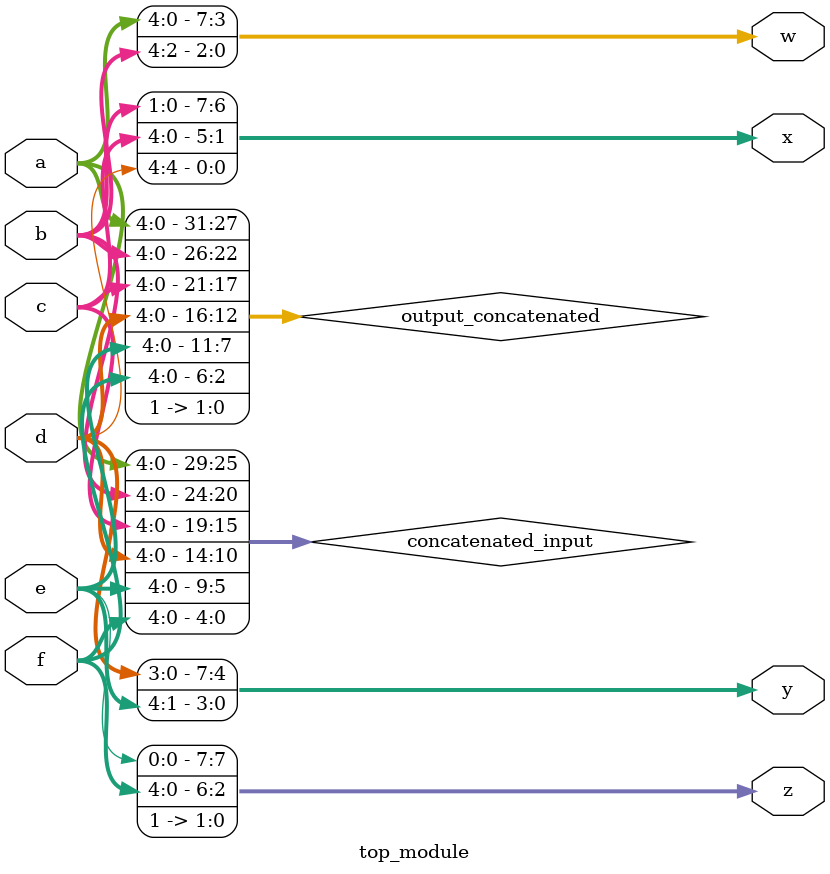
<source format=sv>
module top_module (
    input [4:0] a,
    input [4:0] b,
    input [4:0] c,
    input [4:0] d,
    input [4:0] e,
    input [4:0] f,
    output [7:0] w,
    output [7:0] x,
    output [7:0] y,
    output [7:0] z
);

    wire [29:0] concatenated_input;
    assign concatenated_input = {a, b, c, d, e, f};
    
    wire [31:0] output_concatenated;
    assign output_concatenated = {concatenated_input, 2'b11};
    
    assign {w, x, y, z} = output_concatenated;

endmodule

</source>
